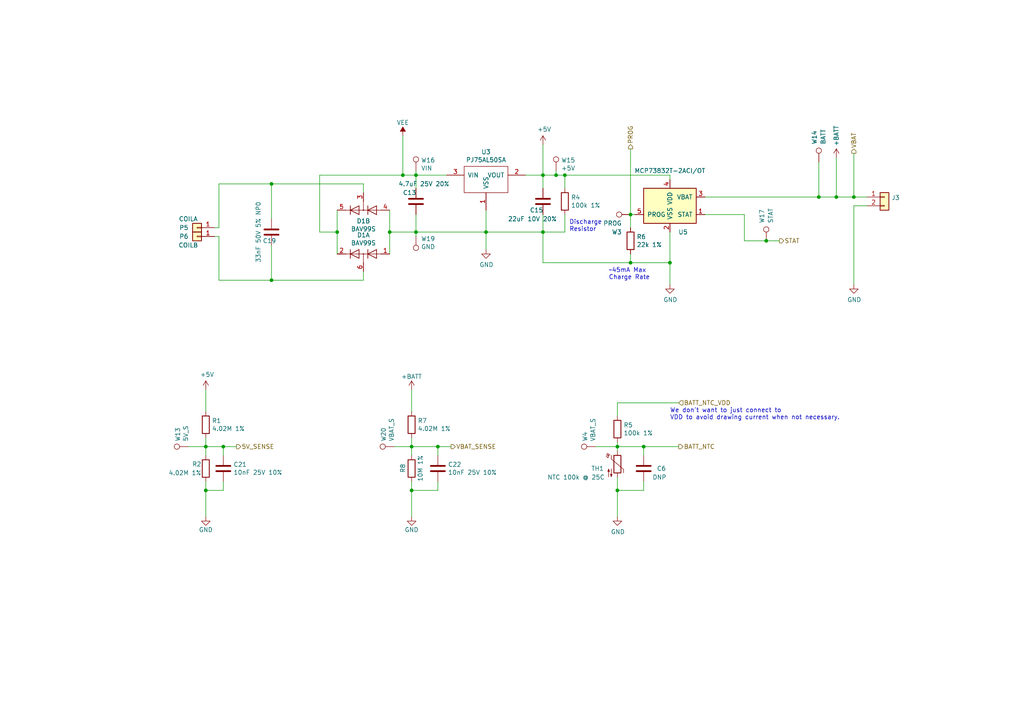
<source format=kicad_sch>
(kicad_sch (version 20211123) (generator eeschema)
  (paper "A4")
  (lib_symbols
    (symbol "Connector_Generic:Conn_01x01" (pin_names (offset 1.016) hide)
      (property "Reference" "J" (at 0 2.54 0))
      (property "Value" "Conn_01x01" (at 0 -2.54 0))
      (symbol "Conn_01x01_1_1"
        (rectangle (start -1.27 0.127) (end 0 -0.127) (stroke (width 0.1524)))
        (rectangle (start -1.27 1.27) (end 1.27 -1.27) (stroke (width 0.254)) (fill (type background)))
        (pin passive line (at -5.08 0 0) (length 3.81) (name "Pin_1") (number "1"))
      )
    )
    (symbol "Connector_Generic:Conn_01x02" (pin_names (offset 1.016) hide)
      (property "Reference" "J" (at 0 2.54 0))
      (property "Value" "Conn_01x02" (at 0 -5.08 0))
      (symbol "Conn_01x02_1_1"
        (rectangle (start -1.27 -2.413) (end 0 -2.667) (stroke (width 0.1524)))
        (rectangle (start -1.27 0.127) (end 0 -0.127) (stroke (width 0.1524)))
        (rectangle (start -1.27 1.27) (end 1.27 -3.81) (stroke (width 0.254)) (fill (type background)))
        (pin passive line (at -5.08 0 0) (length 3.81) (name "Pin_1") (number "1"))
        (pin passive line (at -5.08 -2.54 0) (length 3.81) (name "Pin_2") (number "2"))
      )
    )
    (symbol "Device:C" (pin_numbers hide) (pin_names (offset 0.254))
      (property "Reference" "C" (at 0.635 2.54 0))
      (property "Value" "C" (at 0.635 -2.54 0))
      (symbol "C_0_1"
        (polyline (pts (xy -2.032 -0.762) (xy 2.032 -0.762)) (stroke (width 0.508)))
        (polyline (pts (xy -2.032 0.762) (xy 2.032 0.762)) (stroke (width 0.508)))
      )
      (symbol "C_1_1"
        (pin passive line (at 0 3.81 270) (length 2.794) (name "~") (number "1"))
        (pin passive line (at 0 -3.81 90) (length 2.794) (name "~") (number "2"))
      )
    )
    (symbol "Device:R" (pin_numbers hide) (pin_names (offset 0))
      (property "Reference" "R" (at 2.032 0 90))
      (property "Value" "R" (at 0 0 90))
      (symbol "R_0_1"
        (rectangle (start -1.016 -2.54) (end 1.016 2.54) (stroke (width 0.254)))
      )
      (symbol "R_1_1"
        (pin passive line (at 0 3.81 270) (length 1.27) (name "~") (number "1"))
        (pin passive line (at 0 -3.81 90) (length 1.27) (name "~") (number "2"))
      )
    )
    (symbol "Device:Thermistor_NTC" (pin_numbers hide) (pin_names (offset 0))
      (property "Reference" "TH" (at -4.445 0 90))
      (property "Value" "Thermistor_NTC" (at 3.175 0 90))
      (symbol "Thermistor_NTC_0_1"
        (arc (start -3.048 2.159) (mid -3.0495 2.3143) (end -3.175 2.413))
        (arc (start -3.048 2.159) (mid -2.9736 1.9794) (end -2.794 1.905))
        (arc (start -3.048 2.794) (mid -2.9736 2.6144) (end -2.794 2.54))
        (arc (start -2.794 1.905) (mid -2.6144 1.9794) (end -2.54 2.159))
        (arc (start -2.794 2.54) (mid -2.4393 2.5587) (end -2.159 2.794))
        (arc (start -2.794 3.048) (mid -2.9736 2.9736) (end -3.048 2.794))
        (arc (start -2.54 2.794) (mid -2.6144 2.9736) (end -2.794 3.048))
        (rectangle (start -1.016 2.54) (end 1.016 -2.54) (stroke (width 0.254)))
        (polyline (pts (xy -2.54 2.159) (xy -2.54 2.794)))
        (polyline (pts (xy -1.778 2.54) (xy -1.778 1.524) (xy 1.778 -1.524) (xy 1.778 -2.54)))
        (polyline (pts (xy -2.54 -3.683) (xy -2.54 -1.397) (xy -2.794 -2.159) (xy -2.286 -2.159) (xy -2.54 -1.397) (xy -2.54 -1.651)) (fill (type outline)))
        (polyline (pts (xy -1.778 -1.397) (xy -1.778 -3.683) (xy -2.032 -2.921) (xy -1.524 -2.921) (xy -1.778 -3.683) (xy -1.778 -3.429)) (fill (type outline)))
      )
      (symbol "Thermistor_NTC_1_1"
        (pin passive line (at 0 3.81 270) (length 1.27) (name "~") (number "1"))
        (pin passive line (at 0 -3.81 90) (length 1.27) (name "~") (number "2"))
      )
    )
    (symbol "Pixels-dice:BAV99S-diode" (pin_names (offset 0.0254) hide)
      (property "Reference" "D" (at 0 2.54 0))
      (property "Value" "BAV99S-diode" (at 0 5.08 0))
      (symbol "BAV99S-diode_0_1"
        (polyline (pts (xy -5.08 0) (xy 5.08 0)))
        (polyline (pts (xy 0 0) (xy 0 -2.54)))
        (polyline (pts (xy -1.27 -1.27) (xy -1.27 1.27) (xy -1.27 1.27)) (stroke (width 0.2032)))
        (polyline (pts (xy 3.81 1.27) (xy 3.81 -1.27) (xy 3.81 -1.27)) (stroke (width 0.2032)))
        (polyline (pts (xy -3.81 1.27) (xy -1.27 0) (xy -3.81 -1.27) (xy -3.81 1.27) (xy -3.81 1.27) (xy -3.81 1.27)) (stroke (width 0.2032)))
        (polyline (pts (xy 1.27 1.27) (xy 3.81 0) (xy 1.27 -1.27) (xy 1.27 1.27) (xy 1.27 1.27) (xy 1.27 1.27)) (stroke (width 0.2032)))
        (circle (center 0 0) (radius 0.127))
      )
      (symbol "BAV99S-diode_1_1"
        (polyline (pts (xy 6.35 0) (xy 7.62 0)))
        (pin passive line (at -7.62 0 0) (length 2.54) (name "A1") (number "1"))
        (pin passive line (at 7.62 0 180) (length 2.54) (name "K2") (number "2"))
        (pin passive line (at 0 -5.08 90) (length 2.54) (name "K3A4") (number "6"))
      )
      (symbol "BAV99S-diode_2_1"
        (polyline (pts (xy 6.35 0) (xy 7.62 0)))
        (pin passive line (at 0 -5.08 90) (length 2.54) (name "K1A2") (number "3"))
        (pin passive line (at -7.62 0 0) (length 2.54) (name "A3") (number "4"))
        (pin passive line (at 7.62 0 180) (length 2.54) (name "K4") (number "5"))
      )
    )
    (symbol "Pixels-dice:HX6306P502MR" (pin_names (offset 1.016))
      (property "Reference" "U" (at 3.81 -6.35 0))
      (property "Value" "HX6306P502MR" (at 0 3.81 0))
      (symbol "HX6306P502MR_0_1"
        (rectangle (start -6.35 2.54) (end 6.35 -5.08))
      )
      (symbol "HX6306P502MR_1_1"
        (pin power_in line (at 0 -10.16 90) (length 5.08) (name "VSS") (number "1"))
        (pin power_out line (at 11.43 0 180) (length 5.08) (name "VOUT") (number "2"))
        (pin power_in line (at -11.43 0 0) (length 5.08) (name "VIN") (number "3"))
      )
    )
    (symbol "Pixels-dice:MCP73831-2-OT-battery_management" (pin_names (offset 1.016))
      (property "Reference" "U" (at -7.62 6.35 0))
      (property "Value" "MCP73831-2-OT-battery_management" (at 1.27 6.35 0))
      (symbol "MCP73831-2-OT-battery_management_0_1"
        (rectangle (start -7.62 5.08) (end 7.62 -5.08) (stroke (width 0.254)) (fill (type background)))
      )
      (symbol "MCP73831-2-OT-battery_management_1_1"
        (pin output line (at 10.16 -2.54 180) (length 2.54) (name "STAT") (number "1"))
        (pin power_in line (at 0 -7.62 90) (length 2.54) (name "VSS") (number "2"))
        (pin power_out line (at 10.16 2.54 180) (length 2.54) (name "VBAT") (number "3"))
        (pin power_in line (at 0 7.62 270) (length 2.54) (name "VDD") (number "4"))
        (pin input line (at -10.16 -2.54 0) (length 2.54) (name "PROG") (number "5"))
      )
    )
    (symbol "Pixels-dice:TEST_1P-conn" (pin_numbers hide) (pin_names (offset 0.762) hide)
      (property "Reference" "W" (at 0 6.858 0))
      (property "Value" "TEST_1P-conn" (at 0 5.08 0))
      (symbol "TEST_1P-conn_0_1"
        (circle (center 0 3.302) (radius 0.762))
      )
      (symbol "TEST_1P-conn_1_1"
        (pin passive line (at 0 0 90) (length 2.54) (name "1") (number "1"))
      )
    )
    (symbol "power:+5V" (power) (pin_names (offset 0))
      (property "Value" "+5V" (at 0 3.556 0))
      (symbol "+5V_0_1"
        (polyline (pts (xy -0.762 1.27) (xy 0 2.54)))
        (polyline (pts (xy 0 0) (xy 0 2.54)))
        (polyline (pts (xy 0 2.54) (xy 0.762 1.27)))
      )
      (symbol "+5V_1_1"
        (pin power_in line (at 0 0 90) (length 0) hide (name "+5V") (number "1"))
      )
    )
    (symbol "power:+BATT" (power) (pin_names (offset 0))
      (property "Value" "+BATT" (at 0 3.556 0))
      (symbol "+BATT_0_1"
        (polyline (pts (xy -0.762 1.27) (xy 0 2.54)))
        (polyline (pts (xy 0 0) (xy 0 2.54)))
        (polyline (pts (xy 0 2.54) (xy 0.762 1.27)))
      )
      (symbol "+BATT_1_1"
        (pin power_in line (at 0 0 90) (length 0) hide (name "+BATT") (number "1"))
      )
    )
    (symbol "power:GND" (power) (pin_names (offset 0))
      (property "Value" "GND" (at 0 -3.81 0))
      (symbol "GND_0_1"
        (polyline (pts (xy 0 0) (xy 0 -1.27) (xy 1.27 -1.27) (xy 0 -2.54) (xy -1.27 -1.27) (xy 0 -1.27)))
      )
      (symbol "GND_1_1"
        (pin power_in line (at 0 0 270) (length 0) hide (name "GND") (number "1"))
      )
    )
    (symbol "power:VEE" (power) (pin_names (offset 0))
      (property "Value" "VEE" (at 0 3.81 0))
      (symbol "VEE_0_1"
        (polyline (pts (xy 0 0) (xy 0 2.54)))
        (polyline (pts (xy 0.762 1.27) (xy -0.762 1.27) (xy 0 2.54) (xy 0.762 1.27)) (fill (type outline)))
      )
      (symbol "VEE_1_1"
        (pin power_in line (at 0 0 90) (length 0) hide (name "VEE") (number "1"))
      )
    )
  )
  (junction (at 97.79 67.31))
  (junction (at 247.65 57.15))
  (junction (at 59.69 129.54))
  (junction (at 182.88 76.2))
  (junction (at 59.69 142.24))
  (junction (at 194.31 76.2))
  (junction (at 157.48 67.31))
  (junction (at 242.57 57.15))
  (junction (at 140.97 67.31))
  (junction (at 120.65 67.31))
  (junction (at 78.74 53.34))
  (junction (at 120.65 50.8))
  (junction (at 179.07 129.54))
  (junction (at 179.07 142.24))
  (junction (at 119.38 142.24))
  (junction (at 64.77 129.54))
  (junction (at 186.69 129.54))
  (junction (at 237.49 57.15))
  (junction (at 157.48 50.8))
  (junction (at 182.88 62.23))
  (junction (at 78.74 81.28))
  (junction (at 161.29 50.8))
  (junction (at 119.38 129.54))
  (junction (at 113.03 67.31))
  (junction (at 163.83 50.8))
  (junction (at 222.25 69.85))
  (junction (at 116.84 50.8))
  (junction (at 127 129.54))
  (wire (pts (xy 179.07 138.43) (xy 179.07 142.24)))
  (wire (pts (xy 157.48 76.2) (xy 182.88 76.2)))
  (wire (pts (xy 78.74 81.28) (xy 63.5 81.28)))
  (wire (pts (xy 237.49 57.15) (xy 242.57 57.15)))
  (wire (pts (xy 127 142.24) (xy 119.38 142.24)))
  (wire (pts (xy 59.69 139.7) (xy 59.69 142.24)))
  (wire (pts (xy 157.48 67.31) (xy 157.48 76.2)))
  (wire (pts (xy 161.29 49.53) (xy 161.29 50.8)))
  (wire (pts (xy 204.47 57.15) (xy 237.49 57.15)))
  (wire (pts (xy 54.61 129.54) (xy 59.69 129.54)))
  (wire (pts (xy 215.9 69.85) (xy 222.25 69.85)))
  (wire (pts (xy 59.69 119.38) (xy 59.69 113.03)))
  (wire (pts (xy 78.74 53.34) (xy 63.5 53.34)))
  (wire (pts (xy 247.65 44.45) (xy 247.65 57.15)))
  (wire (pts (xy 186.69 129.54) (xy 196.85 129.54)))
  (wire (pts (xy 157.48 41.91) (xy 157.48 50.8)))
  (wire (pts (xy 247.65 57.15) (xy 242.57 57.15)))
  (wire (pts (xy 63.5 81.28) (xy 63.5 68.58)))
  (wire (pts (xy 97.79 60.96) (xy 97.79 67.31)))
  (wire (pts (xy 127 129.54) (xy 130.81 129.54)))
  (wire (pts (xy 157.48 67.31) (xy 157.48 62.23)))
  (wire (pts (xy 204.47 62.23) (xy 215.9 62.23)))
  (wire (pts (xy 237.49 46.99) (xy 237.49 57.15)))
  (wire (pts (xy 182.88 73.66) (xy 182.88 76.2)))
  (wire (pts (xy 59.69 127) (xy 59.69 129.54)))
  (wire (pts (xy 63.5 66.04) (xy 62.23 66.04)))
  (wire (pts (xy 186.69 129.54) (xy 186.69 132.08)))
  (wire (pts (xy 59.69 142.24) (xy 59.69 149.86)))
  (wire (pts (xy 59.69 132.08) (xy 59.69 129.54)))
  (wire (pts (xy 172.72 129.54) (xy 179.07 129.54)))
  (wire (pts (xy 63.5 53.34) (xy 63.5 66.04)))
  (wire (pts (xy 97.79 67.31) (xy 97.79 73.66)))
  (wire (pts (xy 113.03 60.96) (xy 113.03 67.31)))
  (wire (pts (xy 140.97 67.31) (xy 157.48 67.31)))
  (wire (pts (xy 113.03 67.31) (xy 113.03 73.66)))
  (wire (pts (xy 120.65 49.53) (xy 120.65 50.8)))
  (wire (pts (xy 127 139.7) (xy 127 142.24)))
  (wire (pts (xy 64.77 139.7) (xy 64.77 142.24)))
  (wire (pts (xy 163.83 62.23) (xy 163.83 67.31)))
  (wire (pts (xy 59.69 129.54) (xy 64.77 129.54)))
  (wire (pts (xy 247.65 59.69) (xy 247.65 82.55)))
  (wire (pts (xy 105.41 78.74) (xy 105.41 81.28)))
  (wire (pts (xy 120.65 50.8) (xy 129.54 50.8)))
  (wire (pts (xy 120.65 50.8) (xy 120.65 54.61)))
  (wire (pts (xy 114.3 129.54) (xy 119.38 129.54)))
  (wire (pts (xy 140.97 67.31) (xy 140.97 72.39)))
  (wire (pts (xy 119.38 129.54) (xy 119.38 132.08)))
  (wire (pts (xy 119.38 113.03) (xy 119.38 119.38)))
  (wire (pts (xy 119.38 139.7) (xy 119.38 142.24)))
  (wire (pts (xy 163.83 67.31) (xy 157.48 67.31)))
  (wire (pts (xy 242.57 45.72) (xy 242.57 57.15)))
  (wire (pts (xy 64.77 129.54) (xy 68.58 129.54)))
  (wire (pts (xy 78.74 71.12) (xy 78.74 81.28)))
  (wire (pts (xy 120.65 67.31) (xy 113.03 67.31)))
  (wire (pts (xy 194.31 52.07) (xy 194.31 50.8)))
  (wire (pts (xy 182.88 43.18) (xy 182.88 62.23)))
  (wire (pts (xy 215.9 62.23) (xy 215.9 69.85)))
  (wire (pts (xy 64.77 132.08) (xy 64.77 129.54)))
  (wire (pts (xy 194.31 67.31) (xy 194.31 76.2)))
  (wire (pts (xy 152.4 50.8) (xy 157.48 50.8)))
  (wire (pts (xy 222.25 69.85) (xy 226.06 69.85)))
  (wire (pts (xy 157.48 50.8) (xy 157.48 54.61)))
  (wire (pts (xy 92.71 50.8) (xy 116.84 50.8)))
  (wire (pts (xy 179.07 129.54) (xy 186.69 129.54)))
  (wire (pts (xy 140.97 60.96) (xy 140.97 67.31)))
  (wire (pts (xy 63.5 68.58) (xy 62.23 68.58)))
  (wire (pts (xy 78.74 53.34) (xy 105.41 53.34)))
  (wire (pts (xy 97.79 67.31) (xy 92.71 67.31)))
  (wire (pts (xy 127 129.54) (xy 127 132.08)))
  (wire (pts (xy 64.77 142.24) (xy 59.69 142.24)))
  (wire (pts (xy 251.46 59.69) (xy 247.65 59.69)))
  (wire (pts (xy 184.15 62.23) (xy 182.88 62.23)))
  (wire (pts (xy 179.07 128.27) (xy 179.07 129.54)))
  (wire (pts (xy 120.65 68.58) (xy 120.65 67.31)))
  (wire (pts (xy 179.07 142.24) (xy 179.07 149.86)))
  (wire (pts (xy 119.38 127) (xy 119.38 129.54)))
  (wire (pts (xy 161.29 50.8) (xy 163.83 50.8)))
  (wire (pts (xy 182.88 76.2) (xy 194.31 76.2)))
  (wire (pts (xy 119.38 129.54) (xy 127 129.54)))
  (wire (pts (xy 157.48 50.8) (xy 161.29 50.8)))
  (wire (pts (xy 92.71 67.31) (xy 92.71 50.8)))
  (wire (pts (xy 251.46 57.15) (xy 247.65 57.15)))
  (wire (pts (xy 186.69 142.24) (xy 179.07 142.24)))
  (wire (pts (xy 163.83 50.8) (xy 163.83 54.61)))
  (wire (pts (xy 179.07 120.65) (xy 179.07 116.84)))
  (wire (pts (xy 119.38 142.24) (xy 119.38 149.86)))
  (wire (pts (xy 116.84 39.37) (xy 116.84 50.8)))
  (wire (pts (xy 120.65 62.23) (xy 120.65 67.31)))
  (wire (pts (xy 163.83 50.8) (xy 194.31 50.8)))
  (wire (pts (xy 120.65 67.31) (xy 140.97 67.31)))
  (wire (pts (xy 105.41 55.88) (xy 105.41 53.34)))
  (wire (pts (xy 182.88 62.23) (xy 182.88 66.04)))
  (wire (pts (xy 78.74 63.5) (xy 78.74 53.34)))
  (wire (pts (xy 179.07 129.54) (xy 179.07 130.81)))
  (wire (pts (xy 194.31 76.2) (xy 194.31 82.55)))
  (wire (pts (xy 186.69 139.7) (xy 186.69 142.24)))
  (wire (pts (xy 116.84 50.8) (xy 120.65 50.8)))
  (wire (pts (xy 179.07 116.84) (xy 196.85 116.84)))
  (wire (pts (xy 78.74 81.28) (xy 105.41 81.28)))
  (text "~45mA Max\nCharge Rate" (at 176.53 81.28 0) (effects (font (size 1.27 1.27)) (justify left bottom)))
  (text "We don't want to just connect to\nVDD to avoid drawing current when not necessary." (at 194.31 121.92 0) (effects (font (size 1.27 1.27)) (justify left bottom)))
  (text "Discharge\nResistor" (at 165.1 67.31 0) (effects (font (size 1.27 1.27)) (justify left bottom)))
  (hierarchical_label "BATT_NTC" (shape output) (at 196.85 129.54 0))
  (hierarchical_label "VBAT" (shape output) (at 247.65 44.45 90))
  (hierarchical_label "5V_SENSE" (shape output) (at 68.58 129.54 0))
  (hierarchical_label "PROG" (shape output) (at 182.88 43.18 90))
  (hierarchical_label "BATT_NTC_VDD" (shape input) (at 196.85 116.84 0))
  (hierarchical_label "STAT" (shape output) (at 226.06 69.85 0))
  (hierarchical_label "VBAT_SENSE" (shape output) (at 130.81 129.54 0))
  (symbol (lib_id "power:GND") (at 247.65 82.55 0) (unit 1)
    (property "Reference" "#PWR052" (effects hide))
    (property "Value" "GND" (at 247.777 86.9442 0))
  )
  (symbol (lib_id "Device:R") (at 179.07 124.46 0) (unit 1)
    (property "Reference" "R5" (at 180.848 123.2916 0) (effects (justify left)))
    (property "Value" "100k 1%" (at 180.848 125.603 0) (effects (justify left)))
    (property "Footprint" "Pixels-dice:R_0402_1005Metric" (effects hide))
    (property "Generic OK" "YES" (effects hide))
    (property "Pixels Part Number" "SMD-R006" (effects hide))
    (property "Manufacturer" "UNI-ROYAL(Uniroyal Elec)" (effects hide))
    (property "Manufacturer Part Number" "0402WGF1003TCE" (effects hide))
  )
  (symbol (lib_id "Device:C") (at 120.65 58.42 0) (unit 1)
    (property "Reference" "C13" (at 116.84 55.88 0) (effects (justify left)))
    (property "Value" "4.7uF 25V 20%" (at 115.57 53.34 0) (effects (justify left)))
    (property "Footprint" "Capacitor_SMD:C_0603_1608Metric" (effects hide))
    (property "Generic OK" "YES" (effects hide))
    (property "Pixels Part Number" "SMD-C010" (effects hide))
    (property "Manufacturer" "Murata" (effects hide))
    (property "Manufacturer Part Number" "GRM188R61E475KE11D" (effects hide))
  )
  (symbol (lib_id "power:GND") (at 179.07 149.86 0) (unit 1)
    (property "Reference" "#PWR0139" (effects hide))
    (property "Value" "GND" (at 179.197 154.2542 0))
  )
  (symbol (lib_id "Pixels-dice:TEST_1P-conn") (at 120.65 49.53 0) (unit 1)
    (property "Reference" "W16" (at 122.1232 46.482 0) (effects (justify left)))
    (property "Value" "VIN" (at 122.1232 48.7934 0) (effects (justify left)))
    (property "Footprint" "Pixels-dice:TEST_PIN" (effects hide))
    (property "Generic OK" "N/A" (effects hide))
  )
  (symbol (lib_id "power:VEE") (at 116.84 39.37 0) (unit 1)
    (property "Reference" "#PWR032" (effects hide))
    (property "Value" "VEE" (at 116.84 35.56 0))
  )
  (symbol (lib_id "power:+5V") (at 59.69 113.03 0) (unit 1)
    (property "Reference" "#PWR057" (effects hide))
    (property "Value" "+5V" (at 60.071 108.6358 0))
  )
  (symbol (lib_id "Pixels-dice:TEST_1P-conn") (at 54.61 129.54 90) (unit 1)
    (property "Reference" "W13" (at 51.562 128.0668 0) (effects (justify left)))
    (property "Value" "5V_S" (at 53.8734 128.0668 0) (effects (justify left)))
    (property "Footprint" "Pixels-dice:TEST_PIN" (effects hide))
    (property "Generic OK" "N/A" (effects hide))
  )
  (symbol (lib_id "Device:C") (at 78.74 67.31 0) (unit 1)
    (property "Reference" "C19" (at 76.2 69.85 0) (effects (justify left)))
    (property "Value" "33nF 50V 5% NP0" (at 74.93 76.2 90) (effects (justify left)))
    (property "Footprint" "Capacitor_SMD:C_1206_3216Metric" (effects hide))
    (property "Generic OK" "NO" (effects hide))
    (property "Pixels Part Number" "SMD-C011" (effects hide))
    (property "Manufacturer" "Murata" (effects hide))
    (property "Manufacturer Part Number" "GRM3195C1H333JA01J" (effects hide))
  )
  (symbol (lib_id "Device:R") (at 182.88 69.85 0) (unit 1)
    (property "Reference" "R6" (at 184.658 68.6816 0) (effects (justify left)))
    (property "Value" "22k 1%" (at 184.658 70.993 0) (effects (justify left)))
    (property "Footprint" "Pixels-dice:R_0402_1005Metric" (effects hide))
    (property "Generic OK" "YES" (effects hide))
    (property "Pixels Part Number" "SMD-R002" (effects hide))
    (property "Manufacturer" "UNI-ROYAL(Uniroyal Elec)" (effects hide))
    (property "Manufacturer Part Number" "0402WGF2202TCE" (effects hide))
  )
  (symbol (lib_id "Device:R") (at 119.38 123.19 0) (unit 1)
    (property "Reference" "R7" (at 121.158 122.0216 0) (effects (justify left)))
    (property "Value" "4.02M 1%" (at 121.158 124.333 0) (effects (justify left)))
    (property "Footprint" "Pixels-dice:R_0402_1005Metric" (effects hide))
    (property "Generic OK" "YES" (effects hide))
    (property "Pixels Part Number" "SMD-R003" (effects hide))
    (property "Manufacturer" "UNI-ROYAL(Uniroyal Elec)" (effects hide))
    (property "Manufacturer Part Number" "0402WGF4024TCE" (effects hide))
  )
  (symbol (lib_id "power:+BATT") (at 119.38 113.03 0) (unit 1)
    (property "Reference" "#PWR058" (effects hide))
    (property "Value" "+BATT" (at 119.38 109.22 0))
  )
  (symbol (lib_id "Device:R") (at 119.38 135.89 0) (unit 1)
    (property "Reference" "R8" (at 116.84 137.16 90) (effects (justify left)))
    (property "Value" "10M 1%" (at 121.92 139.7 90) (effects (justify left)))
    (property "Footprint" "Pixels-dice:R_0402_1005Metric" (effects hide))
    (property "Generic OK" "YES" (effects hide))
    (property "Pixels Part Number" "SMD-R004" (effects hide))
    (property "Manufacturer" "UNI-ROYAL(Uniroyal Elec)" (effects hide))
    (property "Manufacturer Part Number" "0402WGF1005TCE" (effects hide))
  )
  (symbol (lib_id "Pixels-dice:MCP73831-2-OT-battery_management") (at 194.31 59.69 0) (unit 1)
    (property "Reference" "U5" (at 198.12 67.31 0))
    (property "Value" "MCP73832T-2ACI/OT" (at 194.31 49.53 0))
    (property "Footprint" "Package_TO_SOT_SMD:SOT-23-5" (effects hide))
    (property "Datasheet" "http://ww1.microchip.com/downloads/en/DeviceDoc/20001984g.pdf" (effects hide))
    (property "Generic OK" "NO" (effects hide))
    (property "Manufacturer" "Microchip" (effects hide))
    (property "Manufacturer Part Number" "MCP73832T-2ACI/OT" (effects hide))
    (property "Pixels Part Number" "SMD-U005" (effects hide))
  )
  (symbol (lib_id "Device:R") (at 59.69 123.19 0) (unit 1)
    (property "Reference" "R1" (at 61.468 122.0216 0) (effects (justify left)))
    (property "Value" "4.02M 1%" (at 61.468 124.333 0) (effects (justify left)))
    (property "Footprint" "Pixels-dice:R_0402_1005Metric" (effects hide))
    (property "Generic OK" "YES" (effects hide))
    (property "Pixels Part Number" "SMD-R003" (effects hide))
    (property "Manufacturer" "UNI-ROYAL(Uniroyal Elec)" (effects hide))
    (property "Manufacturer Part Number" "0402WGF4024TCE" (effects hide))
  )
  (symbol (lib_id "Pixels-dice:TEST_1P-conn") (at 182.88 62.23 90) (unit 1)
    (property "Reference" "W3" (at 180.34 67.31 90) (effects (justify left)))
    (property "Value" "PROG" (at 180.34 64.77 90) (effects (justify left)))
    (property "Footprint" "Pixels-dice:TEST_PIN" (effects hide))
    (property "Generic OK" "N/A" (effects hide))
  )
  (symbol (lib_id "Device:R") (at 59.69 135.89 180) (unit 1)
    (property "Reference" "R2" (at 58.42 134.62 0) (effects (justify left)))
    (property "Value" "4.02M 1%" (at 58.42 137.16 0) (effects (justify left)))
    (property "Footprint" "Pixels-dice:R_0402_1005Metric" (effects hide))
    (property "Generic OK" "YES" (effects hide))
    (property "Pixels Part Number" "SMD-R004" (effects hide))
    (property "Manufacturer" "UNI-ROYAL(Uniroyal Elec)" (effects hide))
    (property "Manufacturer Part Number" "0402WGF4024TCE" (effects hide))
  )
  (symbol (lib_id "Pixels-dice:TEST_1P-conn") (at 172.72 129.54 90) (unit 1)
    (property "Reference" "W4" (at 169.672 128.0668 0) (effects (justify left)))
    (property "Value" "VBAT_S" (at 171.9834 128.0668 0) (effects (justify left)))
    (property "Footprint" "Pixels-dice:TEST_PIN" (effects hide))
    (property "Generic OK" "N/A" (effects hide))
  )
  (symbol (lib_id "power:GND") (at 119.38 149.86 0) (unit 1)
    (property "Reference" "#PWR060" (effects hide))
    (property "Value" "GND" (at 119.38 153.67 0))
  )
  (symbol (lib_id "Device:Thermistor_NTC") (at 179.07 134.62 0) (unit 1)
    (property "Reference" "TH1" (at 171.45 135.89 0) (effects (justify left)))
    (property "Value" "NTC 100k @ 25C" (at 158.75 138.43 0) (effects (justify left)))
    (property "Footprint" "Pixels-dice:R_0402_1005Metric" (effects hide))
    (property "Generic OK" "NO" (effects hide))
    (property "Manufacturer" "TDK" (effects hide))
    (property "Manufacturer Part Number" "NTCG104EF104FT1X" (effects hide))
  )
  (symbol (lib_id "power:+5V") (at 157.48 41.91 0) (unit 1)
    (property "Reference" "#PWR040" (effects hide))
    (property "Value" "+5V" (at 157.861 37.5158 0))
  )
  (symbol (lib_id "Device:C") (at 127 135.89 0) (unit 1)
    (property "Reference" "C22" (at 129.921 134.7216 0) (effects (justify left)))
    (property "Value" "10nF 25V 10%" (at 129.921 137.033 0) (effects (justify left)))
    (property "Footprint" "Pixels-dice:C_0402_1005Metric" (effects hide))
    (property "Generic OK" "YES" (effects hide))
    (property "Pixels Part Number" "SMD-C009" (effects hide))
    (property "Manufacturer" "Murata" (effects hide))
    (property "Manufacturer Part Number" "GRM155R71H103KA88" (effects hide))
  )
  (symbol (lib_id "Device:R") (at 163.83 58.42 0) (unit 1)
    (property "Reference" "R4" (at 165.608 57.2516 0) (effects (justify left)))
    (property "Value" "100k 1%" (at 165.608 59.563 0) (effects (justify left)))
    (property "Footprint" "Pixels-dice:R_0402_1005Metric" (effects hide))
    (property "Generic OK" "YES" (effects hide))
    (property "Pixels Part Number" "SMD-R006" (effects hide))
    (property "Manufacturer" "UNI-ROYAL(Uniroyal Elec)" (effects hide))
    (property "Manufacturer Part Number" "0402WGF1003TCE" (effects hide))
  )
  (symbol (lib_id "Pixels-dice:TEST_1P-conn") (at 222.25 69.85 0) (unit 1)
    (property "Reference" "W17" (at 220.98 64.77 90) (effects (justify left)))
    (property "Value" "STAT" (at 223.52 64.77 90) (effects (justify left)))
    (property "Footprint" "Pixels-dice:TEST_PIN" (effects hide))
    (property "Generic OK" "N/A" (effects hide))
  )
  (symbol (lib_id "power:GND") (at 194.31 82.55 0) (unit 1)
    (property "Reference" "#PWR051" (effects hide))
    (property "Value" "GND" (at 194.437 86.9442 0))
  )
  (symbol (lib_id "power:GND") (at 140.97 72.39 0) (unit 1)
    (property "Reference" "#PWR050" (effects hide))
    (property "Value" "GND" (at 141.097 76.7842 0))
  )
  (symbol (lib_id "power:+BATT") (at 242.57 45.72 0) (unit 1)
    (property "Reference" "#PWR041" (effects hide))
    (property "Value" "+BATT" (at 242.57 39.37 90))
  )
  (symbol (lib_id "Connector_Generic:Conn_01x02") (at 256.54 57.15 0) (unit 1)
    (property "Reference" "J3" (at 258.572 57.3532 0) (effects (justify left)))
    (property "Value" "Conn_01x02" (effects hide))
    (property "Footprint" "Pixels-dice:Hongjie 10100 Connector" (effects hide))
    (property "Generic OK" "N/A" (effects hide))
  )
  (symbol (lib_id "Device:C") (at 157.48 58.42 0) (unit 1)
    (property "Reference" "C15" (at 153.67 60.96 0) (effects (justify left)))
    (property "Value" "22uF 10V 20%" (at 147.32 63.5 0) (effects (justify left)))
    (property "Footprint" "Capacitor_SMD:C_0603_1608Metric" (effects hide))
    (property "Generic OK" "YES" (effects hide))
    (property "Pixels Part Number" "SMD-C002" (effects hide))
    (property "Manufacturer" "Murata" (effects hide))
    (property "Manufacturer Part Number" "GRM188R61A226ME15D" (effects hide))
  )
  (symbol (lib_id "Device:C") (at 186.69 135.89 0) (unit 1) (in_bom no)
    (property "Reference" "C6" (at 190.5 135.89 0) (effects (justify left)))
    (property "Value" "DNP" (at 189.23 138.43 0) (effects (justify left)))
    (property "Footprint" "Pixels-dice:C_0402_1005Metric" (effects hide))
    (property "Generic OK" "YES" (effects hide))
    (property "Pixels Part Number" "SMD-C005" (effects hide))
  )
  (symbol (lib_id "Pixels-dice:TEST_1P-conn") (at 120.65 68.58 180) (unit 1)
    (property "Reference" "W19" (at 122.1232 69.2658 0) (effects (justify right)))
    (property "Value" "GND" (at 122.1232 71.5772 0) (effects (justify right)))
    (property "Footprint" "Pixels-dice:TEST_PIN" (effects hide))
    (property "Generic OK" "N/A" (effects hide))
  )
  (symbol (lib_id "Pixels-dice:TEST_1P-conn") (at 237.49 46.99 0) (unit 1)
    (property "Reference" "W14" (at 236.22 41.91 90) (effects (justify left)))
    (property "Value" "BATT" (at 238.76 41.91 90) (effects (justify left)))
    (property "Footprint" "Pixels-dice:TEST_PIN" (effects hide))
    (property "Generic OK" "N/A" (effects hide))
  )
  (symbol (lib_id "Connector_Generic:Conn_01x01") (at 57.15 68.58 180) (unit 1)
    (property "Reference" "P6" (at 53.34 68.58 0))
    (property "Value" "COILB" (at 54.61 71.12 0))
    (property "Footprint" "TestPoint:TestPoint_Pad_D1.5mm" (effects hide))
    (property "Generic OK" "N/A" (effects hide))
  )
  (symbol (lib_id "Connector_Generic:Conn_01x01") (at 57.15 66.04 180) (unit 1)
    (property "Reference" "P5" (at 53.34 66.04 0))
    (property "Value" "COILA" (at 54.61 63.5 0))
    (property "Footprint" "TestPoint:TestPoint_Pad_D1.5mm" (effects hide))
    (property "Generic OK" "N/A" (effects hide))
  )
  (symbol (lib_id "Pixels-dice:TEST_1P-conn") (at 114.3 129.54 90) (unit 1)
    (property "Reference" "W20" (at 111.252 128.0668 0) (effects (justify left)))
    (property "Value" "VBAT_S" (at 113.5634 128.0668 0) (effects (justify left)))
    (property "Footprint" "Pixels-dice:TEST_PIN" (effects hide))
    (property "Generic OK" "N/A" (effects hide))
  )
  (symbol (lib_id "Pixels-dice:HX6306P502MR") (at 140.97 50.8 0) (unit 1)
    (property "Reference" "U3" (at 140.97 44.069 0))
    (property "Value" "PJ75AL50SA" (at 140.97 46.3804 0))
    (property "Footprint" "Pixels-dice:SOT-23" (effects hide))
    (property "Manufacturer" "PJSEMI" (effects hide))
    (property "Manufacturer Part Number" "PJ75AL50SA" (effects hide))
    (property "Generic OK" "NO" (effects hide))
  )
  (symbol (lib_id "Pixels-dice:TEST_1P-conn") (at 161.29 49.53 0) (unit 1)
    (property "Reference" "W15" (at 162.7632 46.482 0) (effects (justify left)))
    (property "Value" "+5V" (at 162.7632 48.7934 0) (effects (justify left)))
    (property "Footprint" "Pixels-dice:TEST_PIN" (effects hide))
    (property "Generic OK" "N/A" (effects hide))
  )
  (symbol (lib_id "Pixels-dice:BAV99S-diode") (at 105.41 60.96 180) (unit 2)
    (property "Reference" "D1" (at 105.41 64.1096 0))
    (property "Value" "BAV99S" (at 105.41 66.421 0))
    (property "Footprint" "Package_TO_SOT_SMD:SOT-363_SC-70-6" (effects hide))
    (property "Datasheet" "https://assets.nexperia.com/documents/data-sheet/BAV99_SER.pdf" (effects hide))
    (property "Generic OK" "YES" (effects hide))
    (property "Manufacturer" "Nexperia" (effects hide))
    (property "Manufacturer Part Number" "BAV99S,115" (effects hide))
    (property "Pixels Part Number" "SMD-D001" (effects hide))
  )
  (symbol (lib_id "power:GND") (at 59.69 149.86 0) (unit 1)
    (property "Reference" "#PWR059" (effects hide))
    (property "Value" "GND" (at 59.69 153.67 0))
  )
  (symbol (lib_id "Pixels-dice:BAV99S-diode") (at 105.41 73.66 0) (mirror y) (unit 1)
    (property "Reference" "D1" (at 105.41 68.1736 0))
    (property "Value" "BAV99S" (at 105.41 70.485 0))
    (property "Footprint" "Package_TO_SOT_SMD:SOT-363_SC-70-6" (effects hide))
    (property "Datasheet" "https://assets.nexperia.com/documents/data-sheet/BAV99_SER.pdf" (effects hide))
    (property "Generic OK" "YES" (effects hide))
    (property "Manufacturer" "Nexperia" (effects hide))
    (property "Manufacturer Part Number" "BAV99S,115" (effects hide))
    (property "Pixels Part Number" "SMD-D001" (effects hide))
  )
  (symbol (lib_id "Device:C") (at 64.77 135.89 0) (unit 1)
    (property "Reference" "C21" (at 67.691 134.7216 0) (effects (justify left)))
    (property "Value" "10nF 25V 10%" (at 67.691 137.033 0) (effects (justify left)))
    (property "Footprint" "Pixels-dice:C_0402_1005Metric" (effects hide))
    (property "Generic OK" "YES" (effects hide))
    (property "Pixels Part Number" "SMD-C009" (effects hide))
    (property "Manufacturer" "Murata" (effects hide))
    (property "Manufacturer Part Number" "GRM155R71H103KA88" (effects hide))
  )
)
</source>
